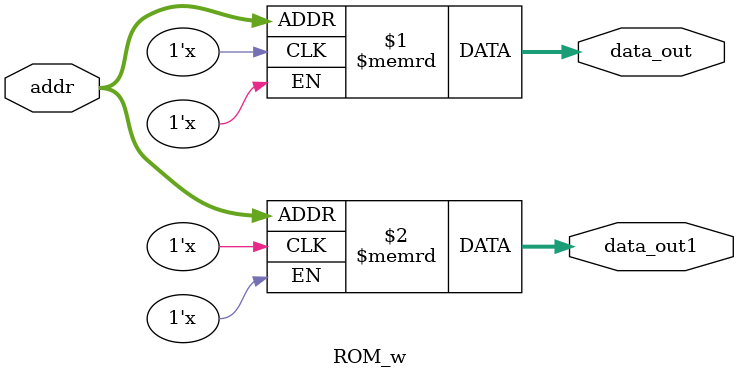
<source format=v>
module ROM_w
 (
        addr,
        data_out,
        data_out1
    );

    input [64-1:0] addr;
    output [31:0] data_out;
    output [31:0] data_out1;
    reg [31:0] my_rom [0 : 257-1];
    reg [31:0] my_rom1 [0 : 257-1];
  
    assign data_out = my_rom[addr];
    assign data_out1 = my_rom1[addr];
endmodule

</source>
